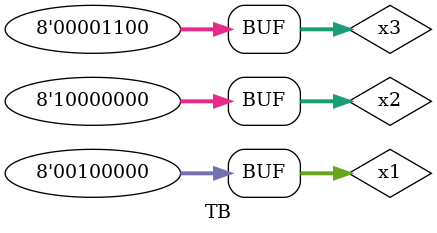
<source format=v>
`timescale 1ns / 1ps
module TB(
    );
  wire  [7:0] out; 
  reg [7:0] x3, x1, x2; 

	
  median U0 ( 
  .x2_y1    (x3), 
  .x2_y0  (x1), 
  .x2_ym1  (x2),
  .m (out) 
  ); 
    

    
  initial begin
	 x1 = 8'b00001100; 
	 x2 = 8'b00100000; 
	 x3 = 8'b10000000; 
    #100 
     x1 = 8'b00001100; 
	 x3 = 8'b00100000; 
	 x2 = 8'b10000000;  
	#100 
     x2 = 8'b00001100; 
	 x1 = 8'b00100000; 
	 x3 = 8'b10000000;
	 #100 
     x2 = 8'b00001100; 
	 x3 = 8'b00100000; 
	 x1 = 8'b10000000;
	 #100 
     x3 = 8'b00001100; 
	 x2 = 8'b00100000; 
	 x1 = 8'b10000000;
	 #100 
     x3 = 8'b00001100; 
	 x1 = 8'b00100000; 
	 x2 = 8'b10000000;
	end


endmodule

</source>
